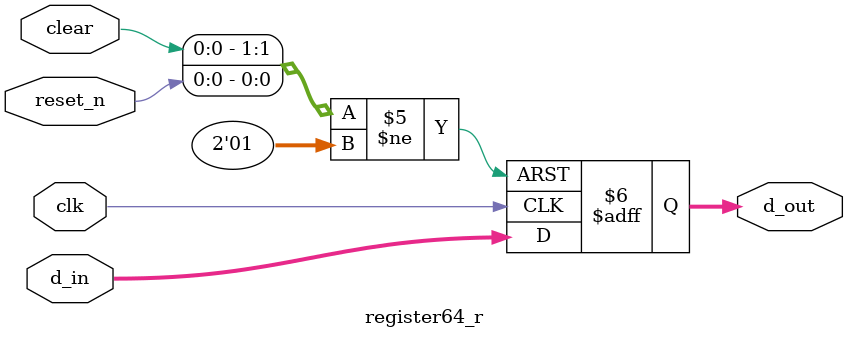
<source format=v>
module register64_r(clk, reset_n,clear, d_in, d_out); //[LAB05]Asynchronous resettable d ff
	input clk, reset_n,clear; // reset active low
	input [63:0] d_in;
	output reg [63:0] d_out;
	
	always@(posedge clk or negedge reset_n or posedge clear)
	begin
		if(reset_n == 0)		d_out <= 64'b0;
		else if(clear == 1)	d_out <= 64'b0;
		else						d_out <= d_in;
	end
endmodule
</source>
